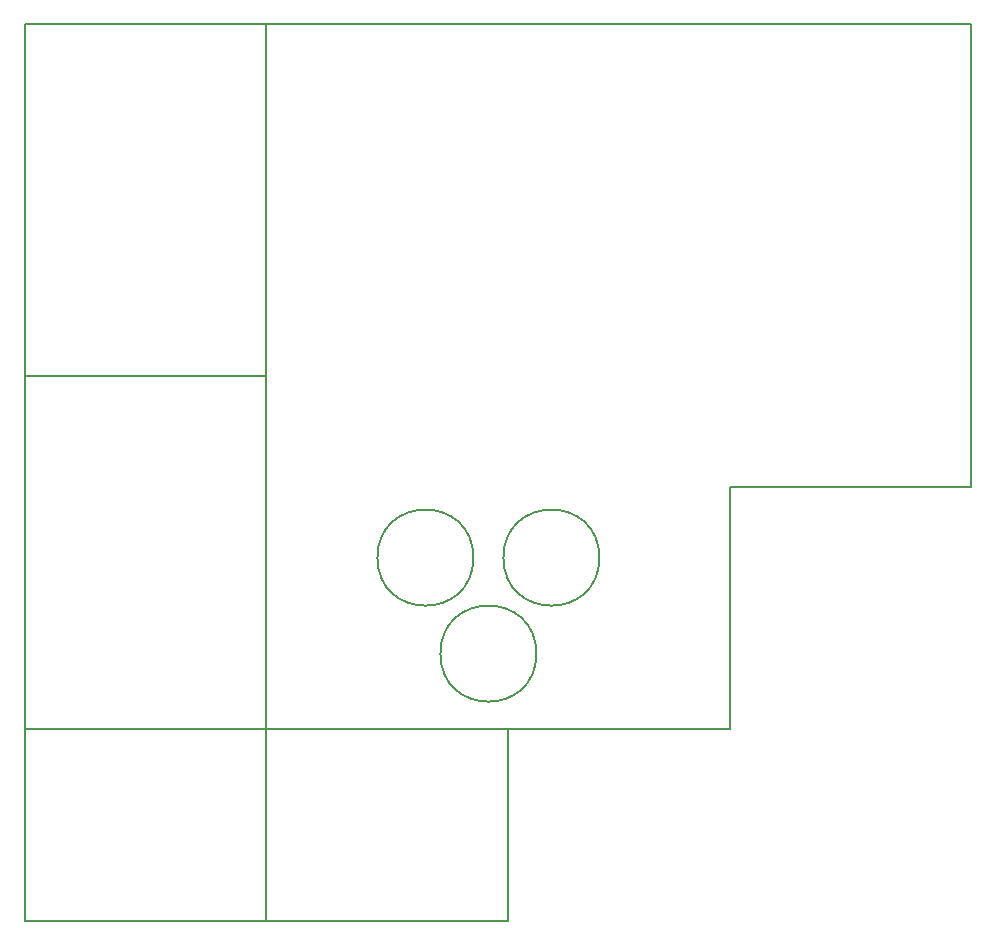
<source format=gm1>
G04 #@! TF.GenerationSoftware,KiCad,Pcbnew,(5.0.2)-1*
G04 #@! TF.CreationDate,2019-02-15T13:53:22+00:00*
G04 #@! TF.ProjectId,panel,70616e65-6c2e-46b6-9963-61645f706362,rev?*
G04 #@! TF.SameCoordinates,Original*
G04 #@! TF.FileFunction,Profile,NP*
%FSLAX46Y46*%
G04 Gerber Fmt 4.6, Leading zero omitted, Abs format (unit mm)*
G04 Created by KiCad (PCBNEW (5.0.2)-1) date 15/02/2019 13:53:22*
%MOMM*%
%LPD*%
G01*
G04 APERTURE LIST*
%ADD10C,0.150000*%
%ADD11C,0.200000*%
G04 APERTURE END LIST*
D10*
X158940500Y-89662000D02*
X158940500Y-50419000D01*
X138493500Y-110109000D02*
X99250500Y-110109000D01*
D11*
X138493500Y-89662000D02*
X138493500Y-110109000D01*
X158940500Y-89662000D02*
X138493500Y-89662000D01*
D10*
X122110500Y-103759000D02*
G75*
G03X122110500Y-103759000I-4064000J0D01*
G01*
X127444500Y-95631000D02*
G75*
G03X127444500Y-95631000I-4064000J0D01*
G01*
X116776500Y-95631000D02*
G75*
G03X116776500Y-95631000I-4064000J0D01*
G01*
D11*
X158940500Y-50419000D02*
X99250500Y-50419000D01*
X99250500Y-50419000D02*
X99250500Y-110109000D01*
D10*
X99250500Y-126365000D02*
X99250500Y-110109000D01*
X78803500Y-126365000D02*
X99250500Y-126365000D01*
D11*
X78803500Y-110109000D02*
X99250500Y-110109000D01*
D10*
X78803500Y-126365000D02*
X78803500Y-110109000D01*
X99250500Y-50419000D02*
X99250500Y-80264000D01*
X78803500Y-50419000D02*
X99250500Y-50419000D01*
X78803500Y-80264000D02*
X99250500Y-80264000D01*
X78803500Y-50419000D02*
X78803500Y-80264000D01*
X99250500Y-80264000D02*
X99250500Y-110109000D01*
X78803500Y-80264000D02*
X99250500Y-80264000D01*
X78803500Y-110109000D02*
X99250500Y-110109000D01*
X78803500Y-80264000D02*
X78803500Y-110109000D01*
X119697500Y-126365000D02*
X119697500Y-110109000D01*
X99250500Y-126365000D02*
X119697500Y-126365000D01*
D11*
X99250500Y-110109000D02*
X119697500Y-110109000D01*
D10*
X99250500Y-126365000D02*
X99250500Y-110109000D01*
M02*

</source>
